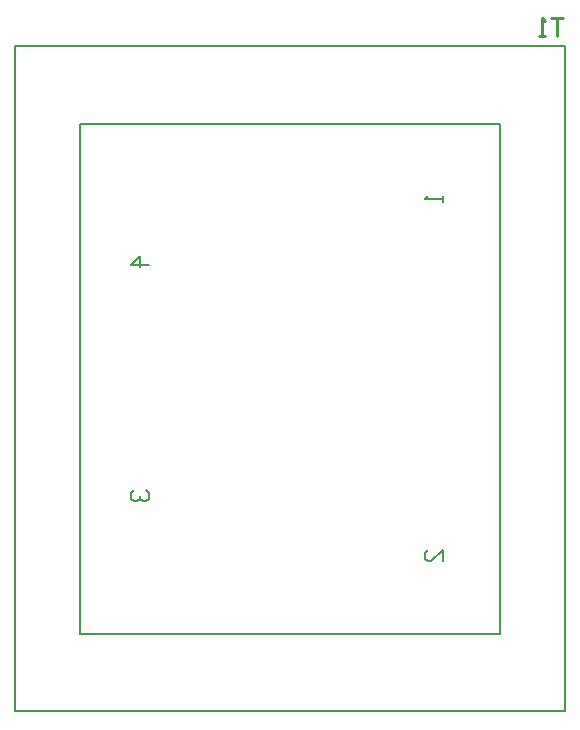
<source format=gbo>
%FSLAX25Y25*%
%MOIN*%
G70*
G01*
G75*
G04 Layer_Color=32896*
%ADD10C,0.01200*%
%ADD11C,0.02500*%
%ADD12C,0.05800*%
%ADD13R,0.05600X0.05600*%
%ADD14C,0.07087*%
%ADD15C,0.04724*%
%ADD16C,0.07874*%
%ADD17R,0.07874X0.07874*%
%ADD18C,0.05512*%
%ADD19R,0.09843X0.07087*%
%ADD20O,0.09843X0.07087*%
%ADD21C,0.07087*%
%ADD22R,0.05906X0.05906*%
%ADD23C,0.05906*%
%ADD24R,0.07874X0.07874*%
%ADD25R,0.04724X0.04724*%
%ADD26C,0.08200*%
%ADD27R,0.05906X0.05906*%
%ADD28R,0.09843X0.07874*%
%ADD29O,0.09843X0.07874*%
%ADD30C,0.05000*%
%ADD31C,0.06000*%
%ADD32C,0.01000*%
%ADD33C,0.00787*%
%ADD34C,0.00600*%
%ADD35C,0.00300*%
%ADD36C,0.00591*%
%ADD37C,0.06600*%
%ADD38R,0.06400X0.06400*%
%ADD39C,0.07887*%
%ADD40C,0.05524*%
%ADD41C,0.08674*%
%ADD42R,0.08674X0.08674*%
%ADD43C,0.06312*%
%ADD44R,0.10642X0.07887*%
%ADD45O,0.10642X0.07887*%
%ADD46C,0.07887*%
%ADD47R,0.06706X0.06706*%
%ADD48C,0.06706*%
%ADD49R,0.08674X0.08674*%
%ADD50R,0.05524X0.05524*%
%ADD51C,0.09000*%
%ADD52R,0.06706X0.06706*%
%ADD53R,0.10642X0.08674*%
%ADD54O,0.10642X0.08674*%
%ADD55C,0.06800*%
%ADD56C,0.00800*%
D32*
X367100Y264198D02*
X363101D01*
X365101D01*
Y258200D01*
X361102D02*
X359103D01*
X360102D01*
Y264198D01*
X361102Y263198D01*
D36*
X327000Y205083D02*
Y203115D01*
Y204099D01*
X321096D01*
X322080Y205083D01*
X327000Y83148D02*
Y87083D01*
X323064Y83148D01*
X322080D01*
X321096Y84131D01*
Y86099D01*
X322080Y87083D01*
X229000Y182132D02*
X223096D01*
X226048Y185083D01*
Y181148D01*
X224080Y107083D02*
X223096Y106099D01*
Y104131D01*
X224080Y103148D01*
X225064D01*
X226048Y104131D01*
Y105115D01*
Y104131D01*
X227032Y103148D01*
X228016D01*
X229000Y104131D01*
Y106099D01*
X228016Y107083D01*
D56*
X184333Y33167D02*
Y254833D01*
Y33167D02*
X367667D01*
Y254833D01*
X184333D02*
X367667D01*
X206000Y229000D02*
X346000D01*
X206000Y59000D02*
Y229000D01*
Y59000D02*
X346000D01*
Y229000D01*
M02*

</source>
